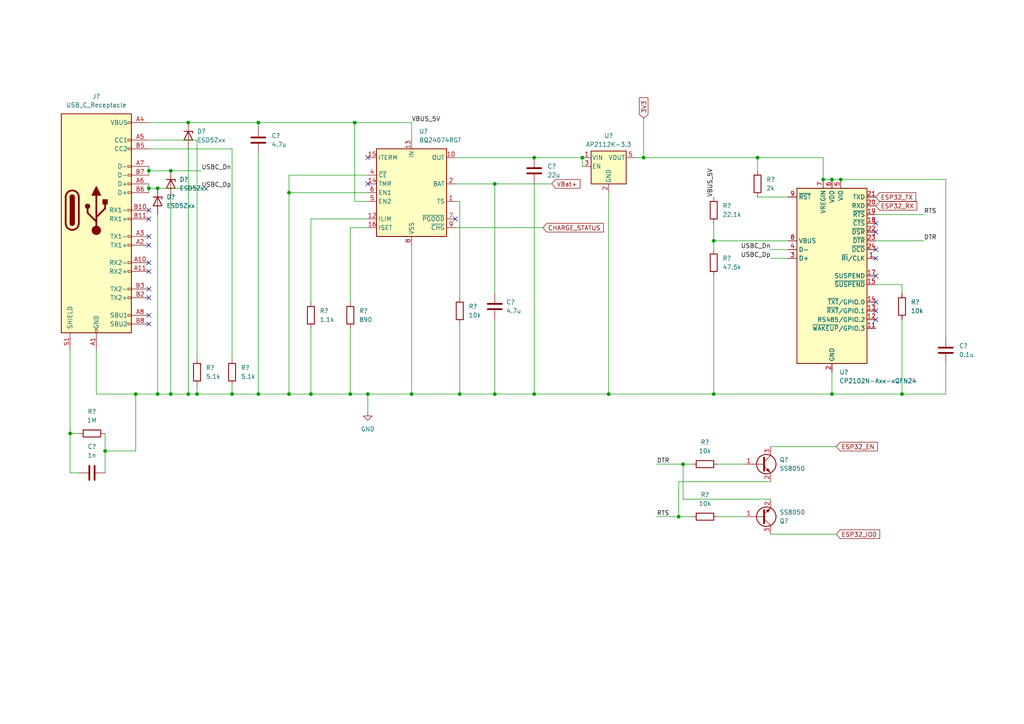
<source format=kicad_sch>
(kicad_sch (version 20250114) (generator "eeschema") (generator_version "9.0")
  (paper "A4")
  (lib_symbols
    (symbol "Battery_Management:BQ24074RGT"
      (property "Reference" "U" (at -8.89 13.97 0))
      (property "Value" "BQ24074RGT" (at 16.51 13.97 0))
      (symbol "BQ24074RGT_0_1"
        (rectangle (start -10.16 12.7) (end 10.16 -12.7) (stroke (width 0.254)) (fill (type background)))
      )
      (symbol "BQ24074RGT_1_1"
        (pin input line (at -12.7 10.16 0) (length 2.54) (name "ITERM") (number "15"))
        (pin input line (at -12.7 5.08 0) (length 2.54) (name "~{CE}") (number "4"))
        (pin input line (at -12.7 2.54 0) (length 2.54) (name "TMR") (number "14"))
        (pin input line (at -12.7 0 0) (length 2.54) (name "EN1") (number "6"))
        (pin input line (at -12.7 -2.54 0) (length 2.54) (name "EN2") (number "5"))
        (pin passive line (at -12.7 -7.62 0) (length 2.54) (name "ILIM") (number "12"))
        (pin passive line (at -12.7 -10.16 0) (length 2.54) (name "ISET") (number "16"))
        (pin power_in line (at 0 15.24 270) (length 2.54) (name "IN") (number "13"))
        (pin passive line (at 0 -15.24 90) (length 2.54) (hide yes) (name "VSS") (number "17"))
        (pin power_in line (at 0 -15.24 90) (length 2.54) (name "VSS") (number "8"))
        (pin power_out line (at 12.7 10.16 180) (length 2.54) (name "OUT") (number "10"))
        (pin passive line (at 12.7 10.16 180) (length 2.54) (hide yes) (name "OUT") (number "11"))
        (pin power_out line (at 12.7 2.54 180) (length 2.54) (name "BAT") (number "2"))
        (pin passive line (at 12.7 2.54 180) (length 2.54) (hide yes) (name "BAT") (number "3"))
        (pin passive line (at 12.7 -2.54 180) (length 2.54) (name "TS") (number "1"))
        (pin open_collector line (at 12.7 -7.62 180) (length 2.54) (name "~{PGOOD}") (number "7"))
        (pin open_collector line (at 12.7 -10.16 180) (length 2.54) (name "~{CHG}") (number "9"))
      )
    )
    (symbol "Connector:USB_C_Receptacle" (pin_names (offset 1.016))
      (property "Reference" "J" (at -10.16 29.21 0))
      (property "Value" "USB_C_Receptacle" (at 10.16 29.21 0))
      (symbol "USB_C_Receptacle_0_0"
        (rectangle (start -0.254 -35.56) (end 0.254 -34.544))
        (rectangle (start 10.16 25.654) (end 9.144 25.146))
        (rectangle (start 10.16 20.574) (end 9.144 20.066))
        (rectangle (start 10.16 18.034) (end 9.144 17.526))
        (rectangle (start 10.16 12.954) (end 9.144 12.446))
        (rectangle (start 10.16 10.414) (end 9.144 9.906))
        (rectangle (start 10.16 7.874) (end 9.144 7.366))
        (rectangle (start 10.16 5.334) (end 9.144 4.826))
        (rectangle (start 10.16 0.254) (end 9.144 -0.254))
        (rectangle (start 10.16 -2.286) (end 9.144 -2.794))
        (rectangle (start 10.16 -7.366) (end 9.144 -7.874))
        (rectangle (start 10.16 -9.906) (end 9.144 -10.414))
        (rectangle (start 10.16 -14.986) (end 9.144 -15.494))
        (rectangle (start 10.16 -17.526) (end 9.144 -18.034))
        (rectangle (start 10.16 -22.606) (end 9.144 -23.114))
        (rectangle (start 10.16 -25.146) (end 9.144 -25.654))
        (rectangle (start 10.16 -30.226) (end 9.144 -30.734))
        (rectangle (start 10.16 -32.766) (end 9.144 -33.274))
      )
      (symbol "USB_C_Receptacle_0_1"
        (rectangle (start -10.16 27.94) (end 10.16 -35.56) (stroke (width 0.254)) (fill (type background)))
        (polyline (pts (xy -8.89 -3.81) (xy -8.89 3.81)) (stroke (width 0.508)))
        (rectangle (start -7.62 -3.81) (end -6.35 3.81) (stroke (width 0.254)) (fill (type outline)))
        (arc (start -7.62 3.81) (mid -6.985 4.4423) (end -6.35 3.81) (stroke (width 0.254)))
        (arc (start -7.62 3.81) (mid -6.985 4.4423) (end -6.35 3.81) (stroke (width 0.254)) (fill (type outline)))
        (arc (start -8.89 3.81) (mid -6.985 5.7067) (end -5.08 3.81) (stroke (width 0.508)))
        (arc (start -5.08 -3.81) (mid -6.985 -5.7067) (end -8.89 -3.81) (stroke (width 0.508)))
        (arc (start -6.35 -3.81) (mid -6.985 -4.4423) (end -7.62 -3.81) (stroke (width 0.254)))
        (arc (start -6.35 -3.81) (mid -6.985 -4.4423) (end -7.62 -3.81) (stroke (width 0.254)) (fill (type outline)))
        (polyline (pts (xy -5.08 3.81) (xy -5.08 -3.81)) (stroke (width 0.508)))
      )
      (symbol "USB_C_Receptacle_1_1"
        (circle (center -2.54 1.143) (radius 0.635) (stroke (width 0.254)) (fill (type outline)))
        (polyline (pts (xy -1.27 4.318) (xy 0 6.858) (xy 1.27 4.318) (xy -1.27 4.318)) (stroke (width 0.254)) (fill (type outline)))
        (polyline (pts (xy 0 -2.032) (xy 2.54 0.508) (xy 2.54 1.778)) (stroke (width 0.508)))
        (polyline (pts (xy 0 -3.302) (xy -2.54 -0.762) (xy -2.54 0.508)) (stroke (width 0.508)))
        (polyline (pts (xy 0 -5.842) (xy 0 4.318)) (stroke (width 0.508)))
        (circle (center 0 -5.842) (radius 1.27) (fill (type outline)))
        (rectangle (start 1.905 1.778) (end 3.175 3.048) (stroke (width 0.254)) (fill (type outline)))
        (pin passive line (at -7.62 -40.64 90) (length 5.08) (name "SHIELD") (number "S1"))
        (pin passive line (at 0 -40.64 90) (length 5.08) (name "GND") (number "A1"))
        (pin passive line (at 0 -40.64 90) (length 5.08) (hide yes) (name "GND") (number "A12"))
        (pin passive line (at 0 -40.64 90) (length 5.08) (hide yes) (name "GND") (number "B1"))
        (pin passive line (at 0 -40.64 90) (length 5.08) (hide yes) (name "GND") (number "B12"))
        (pin passive line (at 15.24 25.4 180) (length 5.08) (name "VBUS") (number "A4"))
        (pin passive line (at 15.24 25.4 180) (length 5.08) (hide yes) (name "VBUS") (number "A9"))
        (pin passive line (at 15.24 25.4 180) (length 5.08) (hide yes) (name "VBUS") (number "B4"))
        (pin passive line (at 15.24 25.4 180) (length 5.08) (hide yes) (name "VBUS") (number "B9"))
        (pin bidirectional line (at 15.24 20.32 180) (length 5.08) (name "CC1") (number "A5"))
        (pin bidirectional line (at 15.24 17.78 180) (length 5.08) (name "CC2") (number "B5"))
        (pin bidirectional line (at 15.24 12.7 180) (length 5.08) (name "D-") (number "A7"))
        (pin bidirectional line (at 15.24 10.16 180) (length 5.08) (name "D-") (number "B7"))
        (pin bidirectional line (at 15.24 7.62 180) (length 5.08) (name "D+") (number "A6"))
        (pin bidirectional line (at 15.24 5.08 180) (length 5.08) (name "D+") (number "B6"))
        (pin bidirectional line (at 15.24 0 180) (length 5.08) (name "RX1-") (number "B10"))
        (pin bidirectional line (at 15.24 -2.54 180) (length 5.08) (name "RX1+") (number "B11"))
        (pin bidirectional line (at 15.24 -7.62 180) (length 5.08) (name "TX1-") (number "A3"))
        (pin bidirectional line (at 15.24 -10.16 180) (length 5.08) (name "TX1+") (number "A2"))
        (pin bidirectional line (at 15.24 -15.24 180) (length 5.08) (name "RX2-") (number "A10"))
        (pin bidirectional line (at 15.24 -17.78 180) (length 5.08) (name "RX2+") (number "A11"))
        (pin bidirectional line (at 15.24 -22.86 180) (length 5.08) (name "TX2-") (number "B3"))
        (pin bidirectional line (at 15.24 -25.4 180) (length 5.08) (name "TX2+") (number "B2"))
        (pin bidirectional line (at 15.24 -30.48 180) (length 5.08) (name "SBU1") (number "A8"))
        (pin bidirectional line (at 15.24 -33.02 180) (length 5.08) (name "SBU2") (number "B8"))
      )
    )
    (symbol "Device:C" (pin_numbers (hide yes)) (pin_names (offset 0.254))
      (property "Reference" "C" (at 0.635 2.54 0))
      (property "Value" "C" (at 0.635 -2.54 0))
      (symbol "C_0_1"
        (polyline (pts (xy -2.032 0.762) (xy 2.032 0.762)) (stroke (width 0.508)))
        (polyline (pts (xy -2.032 -0.762) (xy 2.032 -0.762)) (stroke (width 0.508)))
      )
      (symbol "C_1_1"
        (pin passive line (at 0 3.81 270) (length 2.794) (name "~") (number "1"))
        (pin passive line (at 0 -3.81 90) (length 2.794) (name "~") (number "2"))
      )
    )
    (symbol "Device:R" (pin_numbers (hide yes)) (pin_names (offset 0))
      (property "Reference" "R" (at 2.032 0 90))
      (property "Value" "R" (at 0 0 90))
      (symbol "R_0_1"
        (rectangle (start -1.016 -2.54) (end 1.016 2.54) (stroke (width 0.254)))
      )
      (symbol "R_1_1"
        (pin passive line (at 0 3.81 270) (length 1.27) (name "~") (number "1"))
        (pin passive line (at 0 -3.81 90) (length 1.27) (name "~") (number "2"))
      )
    )
    (symbol "Diode:ESD5Zxx" (pin_numbers (hide yes)) (pin_names (hide yes))
      (property "Reference" "D" (at 0 2.54 0))
      (property "Value" "ESD5Zxx" (at 0 -2.54 0))
      (symbol "ESD5Zxx_0_1"
        (polyline (pts (xy -1.27 -1.27) (xy -1.27 1.27) (xy -0.762 1.27)) (stroke (width 0.254)))
        (polyline (pts (xy 1.27 0) (xy -1.27 0)))
        (polyline (pts (xy 1.27 -1.27) (xy 1.27 1.27) (xy -1.27 0) (xy 1.27 -1.27)) (stroke (width 0.254)))
      )
      (symbol "ESD5Zxx_1_1"
        (pin passive line (at -3.81 0 0) (length 2.54) (name "K") (number "1"))
        (pin passive line (at 3.81 0 180) (length 2.54) (name "A") (number "2"))
      )
    )
    (symbol "Interface_USB:CP2102N-Axx-xQFN24"
      (property "Reference" "U" (at -8.89 26.67 0))
      (property "Value" "CP2102N-Axx-xQFN24" (at 13.97 26.67 0))
      (symbol "CP2102N-Axx-xQFN24_0_1"
        (rectangle (start -10.16 25.4) (end 10.16 -25.4) (stroke (width 0.254)) (fill (type background)))
      )
      (symbol "CP2102N-Axx-xQFN24_1_1"
        (pin input line (at -12.7 22.86 0) (length 2.54) (name "~{RST}") (number "9"))
        (pin input line (at -12.7 10.16 0) (length 2.54) (name "VBUS") (number "8"))
        (pin bidirectional line (at -12.7 7.62 0) (length 2.54) (name "D-") (number "4"))
        (pin bidirectional line (at -12.7 5.08 0) (length 2.54) (name "D+") (number "3"))
        (pin no_connect line (at -10.16 -22.86 0) (length 2.54) (hide yes) (name "NC") (number "10"))
        (pin power_in line (at -2.54 27.94 270) (length 2.54) (name "VREGIN") (number "7"))
        (pin power_in line (at 0 27.94 270) (length 2.54) (name "VDD") (number "6"))
        (pin power_in line (at 0 -27.94 90) (length 2.54) (name "GND") (number "2"))
        (pin passive line (at 0 -27.94 90) (length 2.54) (hide yes) (name "GND") (number "25"))
        (pin power_in line (at 2.54 27.94 270) (length 2.54) (name "VIO") (number "5"))
        (pin no_connect line (at 10.16 -22.86 180) (length 2.54) (hide yes) (name "NC") (number "16"))
        (pin output line (at 12.7 22.86 180) (length 2.54) (name "TXD") (number "21"))
        (pin input line (at 12.7 20.32 180) (length 2.54) (name "RXD") (number "20"))
        (pin output line (at 12.7 17.78 180) (length 2.54) (name "~{RTS}") (number "19"))
        (pin input line (at 12.7 15.24 180) (length 2.54) (name "~{CTS}") (number "18"))
        (pin input line (at 12.7 12.7 180) (length 2.54) (name "~{DSR}") (number "22"))
        (pin output line (at 12.7 10.16 180) (length 2.54) (name "~{DTR}") (number "23"))
        (pin input line (at 12.7 7.62 180) (length 2.54) (name "~{DCD}") (number "24"))
        (pin bidirectional line (at 12.7 5.08 180) (length 2.54) (name "~{RI}/CLK") (number "1"))
        (pin output line (at 12.7 0 180) (length 2.54) (name "SUSPEND") (number "17"))
        (pin output line (at 12.7 -2.54 180) (length 2.54) (name "~{SUSPEND}") (number "15"))
        (pin bidirectional line (at 12.7 -7.62 180) (length 2.54) (name "~{TXT}/GPIO.0") (number "14"))
        (pin bidirectional line (at 12.7 -10.16 180) (length 2.54) (name "~{RXT}/GPIO.1") (number "13"))
        (pin bidirectional line (at 12.7 -12.7 180) (length 2.54) (name "RS485/GPIO.2") (number "12"))
        (pin bidirectional line (at 12.7 -15.24 180) (length 2.54) (name "~{WAKEUP}/GPIO.3") (number "11"))
      )
    )
    (symbol "Regulator_Linear:AP2112K-3.3" (pin_names (offset 0.254))
      (property "Reference" "U" (at -5.08 5.715 0))
      (property "Value" "AP2112K-3.3" (at 0 5.715 0))
      (symbol "AP2112K-3.3_0_1"
        (rectangle (start -5.08 4.445) (end 5.08 -5.08) (stroke (width 0.254)) (fill (type background)))
      )
      (symbol "AP2112K-3.3_1_1"
        (pin power_in line (at -7.62 2.54 0) (length 2.54) (name "VIN") (number "1"))
        (pin input line (at -7.62 0 0) (length 2.54) (name "EN") (number "3"))
        (pin power_in line (at 0 -7.62 90) (length 2.54) (name "GND") (number "2"))
        (pin no_connect line (at 5.08 0 180) (length 2.54) (hide yes) (name "NC") (number "4"))
        (pin power_out line (at 7.62 2.54 180) (length 2.54) (name "VOUT") (number "5"))
      )
    )
    (symbol "Transistor_BJT:SS8050" (pin_names (offset 0) (hide yes))
      (property "Reference" "Q" (at 5.08 1.905 0))
      (property "Value" "SS8050" (at 5.08 0 0))
      (symbol "SS8050_0_1"
        (polyline (pts (xy -2.54 0) (xy 0.635 0)))
        (polyline (pts (xy 0.635 1.905) (xy 0.635 -1.905)) (stroke (width 0.508)))
        (circle (center 1.27 0) (radius 2.8194) (stroke (width 0.254)))
      )
      (symbol "SS8050_1_1"
        (polyline (pts (xy 0.635 0.635) (xy 2.54 2.54)))
        (polyline (pts (xy 0.635 -0.635) (xy 2.54 -2.54)))
        (polyline (pts (xy 1.27 -1.778) (xy 1.778 -1.27) (xy 2.286 -2.286) (xy 1.27 -1.778)) (fill (type outline)))
        (pin input line (at -5.08 0 0) (length 2.54) (name "B") (number "1"))
        (pin passive line (at 2.54 5.08 270) (length 2.54) (name "C") (number "3"))
        (pin passive line (at 2.54 -5.08 90) (length 2.54) (name "E") (number "2"))
      )
    )
    (symbol "power:GND" (power) (pin_numbers (hide yes)) (pin_names (offset 0) (hide yes))
      (property "Value" "GND" (at 0 -3.81 0))
      (symbol "GND_0_1"
        (polyline (pts (xy 0 0) (xy 0 -1.27) (xy 1.27 -1.27) (xy 0 -2.54) (xy -1.27 -1.27) (xy 0 -1.27)))
      )
      (symbol "GND_1_1"
        (pin power_in line (at 0 0 270) (length 0) (name "~") (number "1"))
      )
    )
  )
  (junction (at 154.94 114.3))
  (junction (at 102.87 35.56))
  (junction (at 143.51 53.34))
  (junction (at 45.72 114.3))
  (junction (at 261.62 114.3))
  (junction (at 83.82 114.3))
  (junction (at 119.38 114.3))
  (junction (at 39.37 114.3))
  (junction (at 241.3 114.3))
  (junction (at 57.15 114.3))
  (junction (at 186.69 45.72))
  (junction (at 101.6 114.3))
  (junction (at 49.53 114.3))
  (junction (at 106.68 114.3))
  (junction (at 207.01 69.85))
  (junction (at 43.18 54.61))
  (junction (at 67.31 114.3))
  (junction (at 54.61 114.3))
  (junction (at 219.71 45.72))
  (junction (at 238.76 52.07))
  (junction (at 243.84 52.07))
  (junction (at 168.91 45.72))
  (junction (at 207.01 114.3))
  (junction (at 196.85 149.86))
  (junction (at 90.17 114.3))
  (junction (at 74.93 114.3))
  (junction (at 133.35 114.3))
  (junction (at 143.51 114.3))
  (junction (at 43.18 49.53))
  (junction (at 154.94 45.72))
  (junction (at 83.82 55.88))
  (junction (at 74.93 35.56))
  (junction (at 49.53 49.53))
  (junction (at 54.61 35.56))
  (junction (at 30.48 130.81))
  (junction (at 20.32 125.73))
  (junction (at 176.53 114.3))
  (junction (at 198.12 134.62))
  (junction (at 45.72 54.61))
  (junction (at 241.3 52.07))
  (no_connect (at 254 67.31))
  (no_connect (at 254 80.01))
  (no_connect (at 254 74.93))
  (no_connect (at 43.18 68.58))
  (no_connect (at 43.18 63.5))
  (no_connect (at 43.18 60.96))
  (no_connect (at 106.68 53.34))
  (no_connect (at 254 87.63))
  (no_connect (at 254 72.39))
  (no_connect (at 43.18 93.98))
  (no_connect (at 43.18 86.36))
  (no_connect (at 43.18 78.74))
  (no_connect (at 254 92.71))
  (no_connect (at 43.18 71.12))
  (no_connect (at 43.18 76.2))
  (no_connect (at 43.18 83.82))
  (no_connect (at 254 64.77))
  (no_connect (at 106.68 45.72))
  (no_connect (at 132.08 63.5))
  (no_connect (at 43.18 91.44))
  (no_connect (at 254 90.17))
  (wire (pts (xy 83.82 55.88) (xy 106.68 55.88)))
  (wire (pts (xy 43.18 40.64) (xy 57.15 40.64)))
  (wire (pts (xy 101.6 66.04) (xy 101.6 87.63)))
  (wire (pts (xy 186.69 45.72) (xy 184.15 45.72)))
  (wire (pts (xy 58.42 54.61) (xy 45.72 54.61)))
  (wire (pts (xy 57.15 111.76) (xy 57.15 114.3)))
  (wire (pts (xy 57.15 114.3) (xy 67.31 114.3)))
  (wire (pts (xy 132.08 58.42) (xy 133.35 58.42)))
  (wire (pts (xy 219.71 57.15) (xy 228.6 57.15)))
  (wire (pts (xy 45.72 114.3) (xy 49.53 114.3)))
  (wire (pts (xy 143.51 114.3) (xy 133.35 114.3)))
  (wire (pts (xy 90.17 114.3) (xy 101.6 114.3)))
  (wire (pts (xy 43.18 48.26) (xy 43.18 49.53)))
  (wire (pts (xy 20.32 137.16) (xy 22.86 137.16)))
  (wire (pts (xy 241.3 52.07) (xy 243.84 52.07)))
  (wire (pts (xy 106.68 63.5) (xy 90.17 63.5)))
  (wire (pts (xy 241.3 114.3) (xy 261.62 114.3)))
  (wire (pts (xy 74.93 35.56) (xy 74.93 36.83)))
  (wire (pts (xy 119.38 114.3) (xy 106.68 114.3)))
  (wire (pts (xy 238.76 45.72) (xy 238.76 52.07)))
  (wire (pts (xy 83.82 114.3) (xy 90.17 114.3)))
  (wire (pts (xy 198.12 134.62) (xy 200.66 134.62)))
  (wire (pts (xy 43.18 53.34) (xy 43.18 54.61)))
  (wire (pts (xy 223.52 129.54) (xy 242.57 129.54)))
  (wire (pts (xy 176.53 55.88) (xy 176.53 114.3)))
  (wire (pts (xy 133.35 93.98) (xy 133.35 114.3)))
  (wire (pts (xy 223.52 154.94) (xy 242.57 154.94)))
  (wire (pts (xy 143.51 92.71) (xy 143.51 114.3)))
  (wire (pts (xy 74.93 35.56) (xy 102.87 35.56)))
  (wire (pts (xy 67.31 114.3) (xy 74.93 114.3)))
  (wire (pts (xy 49.53 57.15) (xy 49.53 114.3)))
  (wire (pts (xy 143.51 53.34) (xy 143.51 85.09)))
  (wire (pts (xy 102.87 58.42) (xy 102.87 35.56)))
  (wire (pts (xy 101.6 95.25) (xy 101.6 114.3)))
  (wire (pts (xy 219.71 45.72) (xy 219.71 49.53)))
  (wire (pts (xy 101.6 114.3) (xy 106.68 114.3)))
  (wire (pts (xy 208.28 134.62) (xy 215.9 134.62)))
  (wire (pts (xy 54.61 43.18) (xy 54.61 114.3)))
  (wire (pts (xy 106.68 66.04) (xy 101.6 66.04)))
  (wire (pts (xy 43.18 54.61) (xy 43.18 55.88)))
  (wire (pts (xy 67.31 111.76) (xy 67.31 114.3)))
  (wire (pts (xy 207.01 80.01) (xy 207.01 114.3)))
  (wire (pts (xy 198.12 144.78) (xy 198.12 134.62)))
  (wire (pts (xy 20.32 125.73) (xy 20.32 137.16)))
  (wire (pts (xy 223.52 144.78) (xy 198.12 144.78)))
  (wire (pts (xy 190.5 149.86) (xy 196.85 149.86)))
  (wire (pts (xy 132.08 66.04) (xy 157.48 66.04)))
  (wire (pts (xy 20.32 101.6) (xy 20.32 125.73)))
  (wire (pts (xy 154.94 53.34) (xy 154.94 114.3)))
  (wire (pts (xy 267.97 62.23) (xy 254 62.23)))
  (wire (pts (xy 39.37 130.81) (xy 39.37 114.3)))
  (wire (pts (xy 223.52 74.93) (xy 228.6 74.93)))
  (wire (pts (xy 267.97 69.85) (xy 254 69.85)))
  (wire (pts (xy 106.68 119.38) (xy 106.68 114.3)))
  (wire (pts (xy 90.17 95.25) (xy 90.17 114.3)))
  (wire (pts (xy 30.48 125.73) (xy 30.48 130.81)))
  (wire (pts (xy 119.38 35.56) (xy 102.87 35.56)))
  (wire (pts (xy 186.69 34.29) (xy 186.69 45.72)))
  (wire (pts (xy 83.82 50.8) (xy 83.82 55.88)))
  (wire (pts (xy 207.01 64.77) (xy 207.01 69.85)))
  (wire (pts (xy 243.84 52.07) (xy 274.32 52.07)))
  (wire (pts (xy 207.01 69.85) (xy 207.01 72.39)))
  (wire (pts (xy 27.94 114.3) (xy 39.37 114.3)))
  (wire (pts (xy 190.5 134.62) (xy 198.12 134.62)))
  (wire (pts (xy 207.01 114.3) (xy 241.3 114.3)))
  (wire (pts (xy 132.08 45.72) (xy 154.94 45.72)))
  (wire (pts (xy 186.69 45.72) (xy 219.71 45.72)))
  (wire (pts (xy 119.38 71.12) (xy 119.38 114.3)))
  (wire (pts (xy 27.94 101.6) (xy 27.94 114.3)))
  (wire (pts (xy 74.93 114.3) (xy 83.82 114.3)))
  (wire (pts (xy 176.53 114.3) (xy 154.94 114.3)))
  (wire (pts (xy 30.48 130.81) (xy 39.37 130.81)))
  (wire (pts (xy 74.93 44.45) (xy 74.93 114.3)))
  (wire (pts (xy 254 82.55) (xy 261.62 82.55)))
  (wire (pts (xy 119.38 114.3) (xy 133.35 114.3)))
  (wire (pts (xy 132.08 53.34) (xy 143.51 53.34)))
  (wire (pts (xy 223.52 139.7) (xy 196.85 139.7)))
  (wire (pts (xy 20.32 125.73) (xy 22.86 125.73)))
  (wire (pts (xy 133.35 58.42) (xy 133.35 86.36)))
  (wire (pts (xy 208.28 149.86) (xy 215.9 149.86)))
  (wire (pts (xy 67.31 104.14) (xy 67.31 43.18)))
  (wire (pts (xy 30.48 130.81) (xy 30.48 137.16)))
  (wire (pts (xy 90.17 63.5) (xy 90.17 87.63)))
  (wire (pts (xy 196.85 139.7) (xy 196.85 149.86)))
  (wire (pts (xy 154.94 45.72) (xy 168.91 45.72)))
  (wire (pts (xy 196.85 149.86) (xy 200.66 149.86)))
  (wire (pts (xy 39.37 114.3) (xy 45.72 114.3)))
  (wire (pts (xy 143.51 53.34) (xy 160.02 53.34)))
  (wire (pts (xy 83.82 55.88) (xy 83.82 114.3)))
  (wire (pts (xy 274.32 97.79) (xy 274.32 52.07)))
  (wire (pts (xy 274.32 105.41) (xy 274.32 114.3)))
  (wire (pts (xy 119.38 40.64) (xy 119.38 35.56)))
  (wire (pts (xy 54.61 35.56) (xy 74.93 35.56)))
  (wire (pts (xy 261.62 82.55) (xy 261.62 85.09)))
  (wire (pts (xy 45.72 62.23) (xy 45.72 114.3)))
  (wire (pts (xy 43.18 35.56) (xy 54.61 35.56)))
  (wire (pts (xy 43.18 49.53) (xy 43.18 50.8)))
  (wire (pts (xy 207.01 69.85) (xy 228.6 69.85)))
  (wire (pts (xy 54.61 114.3) (xy 57.15 114.3)))
  (wire (pts (xy 58.42 49.53) (xy 49.53 49.53)))
  (wire (pts (xy 143.51 114.3) (xy 154.94 114.3)))
  (wire (pts (xy 261.62 92.71) (xy 261.62 114.3)))
  (wire (pts (xy 49.53 49.53) (xy 43.18 49.53)))
  (wire (pts (xy 238.76 52.07) (xy 241.3 52.07)))
  (wire (pts (xy 57.15 40.64) (xy 57.15 104.14)))
  (wire (pts (xy 219.71 45.72) (xy 238.76 45.72)))
  (wire (pts (xy 43.18 43.18) (xy 67.31 43.18)))
  (wire (pts (xy 102.87 58.42) (xy 106.68 58.42)))
  (wire (pts (xy 223.52 72.39) (xy 228.6 72.39)))
  (wire (pts (xy 261.62 114.3) (xy 274.32 114.3)))
  (wire (pts (xy 45.72 54.61) (xy 43.18 54.61)))
  (wire (pts (xy 168.91 45.72) (xy 168.91 48.26)))
  (wire (pts (xy 176.53 114.3) (xy 207.01 114.3)))
  (wire (pts (xy 241.3 107.95) (xy 241.3 114.3)))
  (wire (pts (xy 106.68 50.8) (xy 83.82 50.8)))
  (wire (pts (xy 49.53 114.3) (xy 54.61 114.3)))
  (label "USBC_Dp" (at 223.52 74.93 180))
  (label "DTR" (at 190.5 134.62 0))
  (label "RTS" (at 190.5 149.86 0))
  (label "DTR" (at 267.97 69.85 0))
  (label "RTS" (at 267.97 62.23 0))
  (label "USBC_Dn" (at 223.52 72.39 180))
  (label "VBUS_5V" (at 119.38 35.56 0))
  (label "USBC_Dn" (at 58.42 49.53 0))
  (label "VBUS_5V" (at 207.01 57.15 90))
  (label "USBC_Dp" (at 58.42 54.61 0))
  (global_label "ESP32_IO0" (shape input) (at 242.57 154.94 0) (property "Intersheetrefs" "${INTERSHEET_REFS}" (effects (hide yes))))
  (global_label "ESP32_TX" (shape input) (at 254 57.15 0) (property "Intersheetrefs" "${INTERSHEET_REFS}" (effects (hide yes))))
  (global_label "CHARGE_STATUS" (shape input) (at 157.48 66.04 0) (property "Intersheetrefs" "${INTERSHEET_REFS}" (effects (hide yes))))
  (global_label "ESP32_EN" (shape input) (at 242.57 129.54 0) (property "Intersheetrefs" "${INTERSHEET_REFS}" (effects (hide yes))))
  (global_label "3V3" (shape input) (at 186.69 34.29 90) (property "Intersheetrefs" "${INTERSHEET_REFS}" (effects (hide yes))))
  (global_label "VBat+" (shape input) (at 160.02 53.34 0) (property "Intersheetrefs" "${INTERSHEET_REFS}" (effects (hide yes))))
  (global_label "ESP32_RX" (shape input) (at 254 59.69 0) (property "Intersheetrefs" "${INTERSHEET_REFS}" (effects (hide yes))))
  (symbol (lib_id "Diode:ESD5Zxx") (at 49.53 53.34 270) (unit 1)
    (property "Reference" "D?" (at 52.07 52.0699 90) (effects (justify left)))
    (property "Value" "ESD5Zxx" (at 52.07 54.6099 90) (effects (justify left)))
    (property "Footprint" "Diode_SMD:D_SOD-523" (effects (hide yes)))
    (property "Datasheet" "https://www.onsemi.com/pdf/datasheet/esd5z2.5t1-d.pdf" (effects (hide yes)))
    (property "Description" "ESD Protection Diode, SOD-523" (effects (hide yes)))
  )
  (symbol (lib_id "Device:R") (at 204.47 134.62 90) (unit 1)
    (property "Reference" "R?" (at 204.47 128.27 90))
    (property "Value" "10k" (at 204.47 130.81 90))
    (property "Footprint" "Resistor_SMD:R_0805_2012Metric_Pad1.20x1.40mm_HandSolder" (effects (hide yes)))
    (property "Description" "Resistor" (effects (hide yes)))
  )
  (symbol (lib_id "Device:R") (at 207.01 60.96 0) (unit 1)
    (property "Reference" "R?" (at 209.55 59.6899 0) (effects (justify left)))
    (property "Value" "22.1k" (at 209.55 62.2299 0) (effects (justify left)))
    (property "Footprint" "Resistor_SMD:R_0805_2012Metric_Pad1.20x1.40mm_HandSolder" (effects (hide yes)))
    (property "Description" "Resistor" (effects (hide yes)))
  )
  (symbol (lib_id "Regulator_Linear:AP2112K-3.3") (at 176.53 48.26 0) (unit 1)
    (property "Reference" "U?" (at 176.53 39.37 0))
    (property "Value" "AP2112K-3.3" (at 176.53 41.91 0))
    (property "Footprint" "Package_TO_SOT_SMD:SOT-23-5_HandSoldering" (effects (hide yes)))
    (property "Datasheet" "https://www.diodes.com/assets/Datasheets/AP2112.pdf" (effects (hide yes)))
    (property "Description" "600mA low dropout linear regulator, with enable pin, 3.8V-6V input voltage range, 3.3V fixed positive output, SOT-23-5" (effects (hide yes)))
  )
  (symbol (lib_id "Interface_USB:CP2102N-Axx-xQFN24") (at 241.3 80.01 0) (unit 1)
    (property "Reference" "U?" (at 243.4433 107.95 0) (effects (justify left)))
    (property "Value" "CP2102N-Axx-xQFN24" (at 243.4433 110.49 0) (effects (justify left)))
    (property "Footprint" "Package_DFN_QFN:QFN-24-1EP_4x4mm_P0.5mm_EP2.6x2.6mm" (effects (hide yes)))
    (property "Datasheet" "https://www.silabs.com/documents/public/data-sheets/cp2102n-datasheet.pdf" (effects (hide yes)))
    (property "Description" "USB to UART master bridge, QFN-24" (effects (hide yes)))
  )
  (symbol (lib_id "Device:R") (at 261.62 88.9 0) (unit 1)
    (property "Reference" "R?" (at 264.16 87.6299 0) (effects (justify left)))
    (property "Value" "10k" (at 264.16 90.1699 0) (effects (justify left)))
    (property "Footprint" "Resistor_SMD:R_0805_2012Metric_Pad1.20x1.40mm_HandSolder" (effects (hide yes)))
    (property "Description" "Resistor" (effects (hide yes)))
  )
  (symbol (lib_id "Device:R") (at 133.35 90.17 0) (unit 1)
    (property "Reference" "R?" (at 135.89 88.8999 0) (effects (justify left)))
    (property "Value" "10k" (at 135.89 91.4399 0) (effects (justify left)))
    (property "Footprint" "Resistor_SMD:R_0805_2012Metric_Pad1.20x1.40mm_HandSolder" (effects (hide yes)))
    (property "Description" "Resistor" (effects (hide yes)))
  )
  (symbol (lib_id "Device:R") (at 101.6 91.44 0) (unit 1)
    (property "Reference" "R?" (at 104.14 90.1699 0) (effects (justify left)))
    (property "Value" "890" (at 104.14 92.7099 0) (effects (justify left)))
    (property "Footprint" "Resistor_SMD:R_0805_2012Metric_Pad1.20x1.40mm_HandSolder" (effects (hide yes)))
    (property "Description" "Resistor" (effects (hide yes)))
  )
  (symbol (lib_id "Device:C") (at 26.67 137.16 90) (unit 1)
    (property "Reference" "C?" (at 26.67 129.54 90))
    (property "Value" "1n" (at 26.67 132.08 90))
    (property "Footprint" "Capacitor_SMD:C_0805_2012Metric_Pad1.18x1.45mm_HandSolder" (effects (hide yes)))
    (property "Description" "Unpolarized capacitor" (effects (hide yes)))
  )
  (symbol (lib_id "Transistor_BJT:SS8050") (at 220.98 149.86 0) (mirror x) (unit 1)
    (property "Reference" "Q?" (at 226.06 151.1301 0) (effects (justify left)))
    (property "Value" "SS8050" (at 226.06 148.5901 0) (effects (justify left)))
    (property "Footprint" "Package_TO_SOT_SMD:SOT-23_Handsoldering" (effects (hide yes)))
    (property "Datasheet" "http://www.secosgmbh.com/datasheet/products/SSMPTransistor/SOT-23/SS8050.pdf" (effects (hide yes)))
    (property "Description" "General Purpose NPN Transistor, 1.5A Ic, 25V Vce, SOT-23" (effects (hide yes)))
  )
  (symbol (lib_id "Connector:USB_C_Receptacle") (at 27.94 60.96 0) (unit 1)
    (property "Reference" "J?" (at 27.94 27.94 0))
    (property "Value" "USB_C_Receptacle" (at 27.94 30.48 0))
    (property "Footprint" "Connector_USB:USB_C_Receptacle_GCT_USB4105-xx-A_16P_TopMnt_Horizontal" (effects (hide yes)))
    (property "Datasheet" "https://www.usb.org/sites/default/files/documents/usb_type-c.zip" (effects (hide yes)))
    (property "Description" "USB Full-Featured Type-C Receptacle connector" (effects (hide yes)))
  )
  (symbol (lib_id "Device:R") (at 26.67 125.73 270) (unit 1)
    (property "Reference" "R?" (at 26.67 119.38 90))
    (property "Value" "1M" (at 26.67 121.92 90))
    (property "Footprint" "Resistor_SMD:R_0805_2012Metric_Pad1.20x1.40mm_HandSolder" (effects (hide yes)))
    (property "Description" "Resistor" (effects (hide yes)))
  )
  (symbol (lib_id "Diode:ESD5Zxx") (at 54.61 39.37 270) (unit 1)
    (property "Reference" "D?" (at 57.15 38.0999 90) (effects (justify left)))
    (property "Value" "ESD5Zxx" (at 57.15 40.6399 90) (effects (justify left)))
    (property "Footprint" "Diode_SMD:D_SOD-523" (effects (hide yes)))
    (property "Datasheet" "https://www.onsemi.com/pdf/datasheet/esd5z2.5t1-d.pdf" (effects (hide yes)))
    (property "Description" "ESD Protection Diode, SOD-523" (effects (hide yes)))
  )
  (symbol (lib_id "Device:C") (at 274.32 101.6 0) (unit 1)
    (property "Reference" "C?" (at 278.13 100.3299 0) (effects (justify left)))
    (property "Value" "0.1u" (at 278.13 102.8699 0) (effects (justify left)))
    (property "Footprint" "Capacitor_SMD:C_0805_2012Metric_Pad1.18x1.45mm_HandSolder" (effects (hide yes)))
    (property "Description" "Unpolarized capacitor" (effects (hide yes)))
  )
  (symbol (lib_id "Battery_Management:BQ24074RGT") (at 119.38 55.88 0) (unit 1)
    (property "Reference" "U?" (at 121.5233 38.1 0) (effects (justify left)))
    (property "Value" "BQ24074RGT" (at 121.5233 40.64 0) (effects (justify left)))
    (property "Footprint" "Package_DFN_QFN:VQFN-16-1EP_3x3mm_P0.5mm_EP1.6x1.6mm" (effects (hide yes)))
    (property "Datasheet" "http://www.ti.com/lit/ds/symlink/bq24074.pdf" (effects (hide yes)))
    (property "Description" "USB-Friendly Li-Ion Battery Charger and Power-Path Management, VQFN-16" (effects (hide yes)))
  )
  (symbol (lib_id "Device:C") (at 154.94 49.53 0) (unit 1)
    (property "Reference" "C?" (at 158.75 48.2599 0) (effects (justify left)))
    (property "Value" "22u" (at 158.75 50.7999 0) (effects (justify left)))
    (property "Footprint" "Capacitor_SMD:C_0805_2012Metric_Pad1.18x1.45mm_HandSolder" (effects (hide yes)))
    (property "Description" "Unpolarized capacitor" (effects (hide yes)))
  )
  (symbol (lib_id "Device:R") (at 67.31 107.95 0) (unit 1)
    (property "Reference" "R?" (at 69.85 106.6799 0) (effects (justify left)))
    (property "Value" "5.1k" (at 69.85 109.2199 0) (effects (justify left)))
    (property "Footprint" "Resistor_SMD:R_0805_2012Metric_Pad1.20x1.40mm_HandSolder" (effects (hide yes)))
    (property "Description" "Resistor" (effects (hide yes)))
  )
  (symbol (lib_id "Device:R") (at 219.71 53.34 180) (unit 1)
    (property "Reference" "R?" (at 222.25 52.0699 0) (effects (justify right)))
    (property "Value" "2k" (at 222.25 54.6099 0) (effects (justify right)))
    (property "Footprint" "Resistor_SMD:R_0805_2012Metric_Pad1.20x1.40mm_HandSolder" (effects (hide yes)))
    (property "Description" "Resistor" (effects (hide yes)))
  )
  (symbol (lib_id "Device:R") (at 207.01 76.2 0) (unit 1)
    (property "Reference" "R?" (at 209.55 74.9299 0) (effects (justify left)))
    (property "Value" "47.5k" (at 209.55 77.4699 0) (effects (justify left)))
    (property "Footprint" "Resistor_SMD:R_0805_2012Metric_Pad1.20x1.40mm_HandSolder" (effects (hide yes)))
    (property "Description" "Resistor" (effects (hide yes)))
  )
  (symbol (lib_id "Device:C") (at 143.51 88.9 0) (unit 1)
    (property "Reference" "C?" (at 146.812 87.63 0) (effects (justify left)))
    (property "Value" "4.7u" (at 146.812 90.17 0) (effects (justify left)))
    (property "Footprint" "Capacitor_SMD:C_0805_2012Metric_Pad1.18x1.45mm_HandSolder" (effects (hide yes)))
    (property "Description" "Unpolarized capacitor" (effects (hide yes)))
  )
  (symbol (lib_id "Transistor_BJT:SS8050") (at 220.98 134.62 0) (unit 1)
    (property "Reference" "Q?" (at 226.06 133.3499 0) (effects (justify left)))
    (property "Value" "SS8050" (at 226.06 135.8899 0) (effects (justify left)))
    (property "Footprint" "Package_TO_SOT_SMD:SOT-23_Handsoldering" (effects (hide yes)))
    (property "Datasheet" "http://www.secosgmbh.com/datasheet/products/SSMPTransistor/SOT-23/SS8050.pdf" (effects (hide yes)))
    (property "Description" "General Purpose NPN Transistor, 1.5A Ic, 25V Vce, SOT-23" (effects (hide yes)))
  )
  (symbol (lib_id "Device:C") (at 74.93 40.64 0) (unit 1)
    (property "Reference" "C?" (at 78.74 39.3699 0) (effects (justify left)))
    (property "Value" "4.7u" (at 78.74 41.9099 0) (effects (justify left)))
    (property "Footprint" "Capacitor_SMD:C_0805_2012Metric_Pad1.18x1.45mm_HandSolder" (effects (hide yes)))
    (property "Description" "Unpolarized capacitor" (effects (hide yes)))
  )
  (symbol (lib_id "Device:R") (at 57.15 107.95 0) (unit 1)
    (property "Reference" "R?" (at 59.69 106.6799 0) (effects (justify left)))
    (property "Value" "5.1k" (at 59.69 109.2199 0) (effects (justify left)))
    (property "Footprint" "Resistor_SMD:R_0805_2012Metric_Pad1.20x1.40mm_HandSolder" (effects (hide yes)))
    (property "Description" "Resistor" (effects (hide yes)))
  )
  (symbol (lib_id "Device:R") (at 90.17 91.44 0) (unit 1)
    (property "Reference" "R?" (at 92.71 90.1699 0) (effects (justify left)))
    (property "Value" "1.1k" (at 92.71 92.7099 0) (effects (justify left)))
    (property "Footprint" "Resistor_SMD:R_0805_2012Metric_Pad1.20x1.40mm_HandSolder" (effects (hide yes)))
    (property "Description" "Resistor" (effects (hide yes)))
  )
  (symbol (lib_id "power:GND") (at 106.68 119.38 0) (unit 1)
    (property "Reference" "#PWR?" (effects (hide yes)))
    (property "Value" "GND" (at 106.68 124.46 0))
    (property "Description" "Power symbol creates a global label with name \"GND\" , ground" (effects (hide yes)))
  )
  (symbol (lib_id "Device:R") (at 204.47 149.86 90) (unit 1)
    (property "Reference" "R?" (at 204.47 143.51 90))
    (property "Value" "10k" (at 204.47 146.05 90))
    (property "Footprint" "Resistor_SMD:R_0805_2012Metric_Pad1.20x1.40mm_HandSolder" (effects (hide yes)))
    (property "Description" "Resistor" (effects (hide yes)))
  )
  (symbol (lib_id "Diode:ESD5Zxx") (at 45.72 58.42 270) (unit 1)
    (property "Reference" "D?" (at 48.26 57.1499 90) (effects (justify left)))
    (property "Value" "ESD5Zxx" (at 48.26 59.6899 90) (effects (justify left)))
    (property "Footprint" "Diode_SMD:D_SOD-523" (effects (hide yes)))
    (property "Datasheet" "https://www.onsemi.com/pdf/datasheet/esd5z2.5t1-d.pdf" (effects (hide yes)))
    (property "Description" "ESD Protection Diode, SOD-523" (effects (hide yes)))
  )
)
</source>
